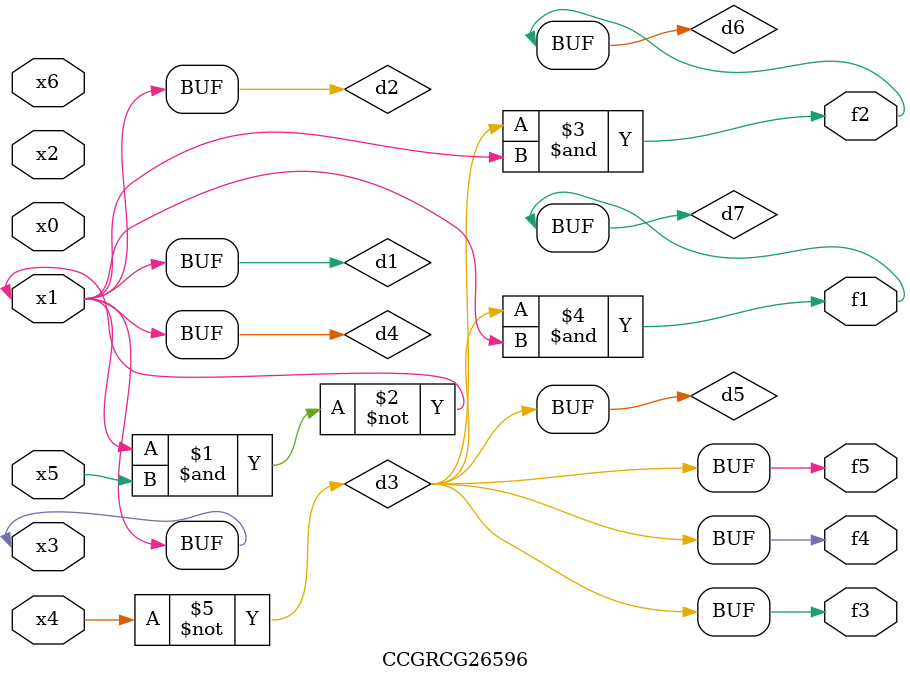
<source format=v>
module CCGRCG26596(
	input x0, x1, x2, x3, x4, x5, x6,
	output f1, f2, f3, f4, f5
);

	wire d1, d2, d3, d4, d5, d6, d7;

	buf (d1, x1, x3);
	nand (d2, x1, x5);
	not (d3, x4);
	buf (d4, d1, d2);
	buf (d5, d3);
	and (d6, d3, d4);
	and (d7, d3, d4);
	assign f1 = d7;
	assign f2 = d6;
	assign f3 = d5;
	assign f4 = d5;
	assign f5 = d5;
endmodule

</source>
